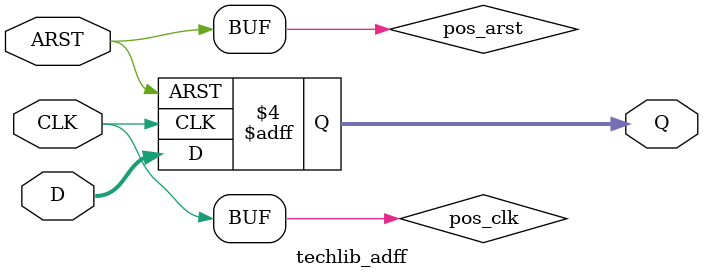
<source format=v>
module techlib_adff (CLK, ARST, D, Q);
parameter WIDTH = 0;
parameter CLK_POLARITY = 1'b1;
parameter ARST_POLARITY = 1'b1;
parameter ARST_VALUE = 0;
input CLK, ARST;
input [WIDTH-1:0] D;
output reg [WIDTH-1:0] Q;
wire pos_clk = CLK == CLK_POLARITY;
wire pos_arst = ARST == ARST_POLARITY;
always @(posedge pos_clk, posedge pos_arst) begin
	if (pos_arst)
		Q <= ARST_VALUE;
	else
		Q <= D;
end
endmodule
</source>
